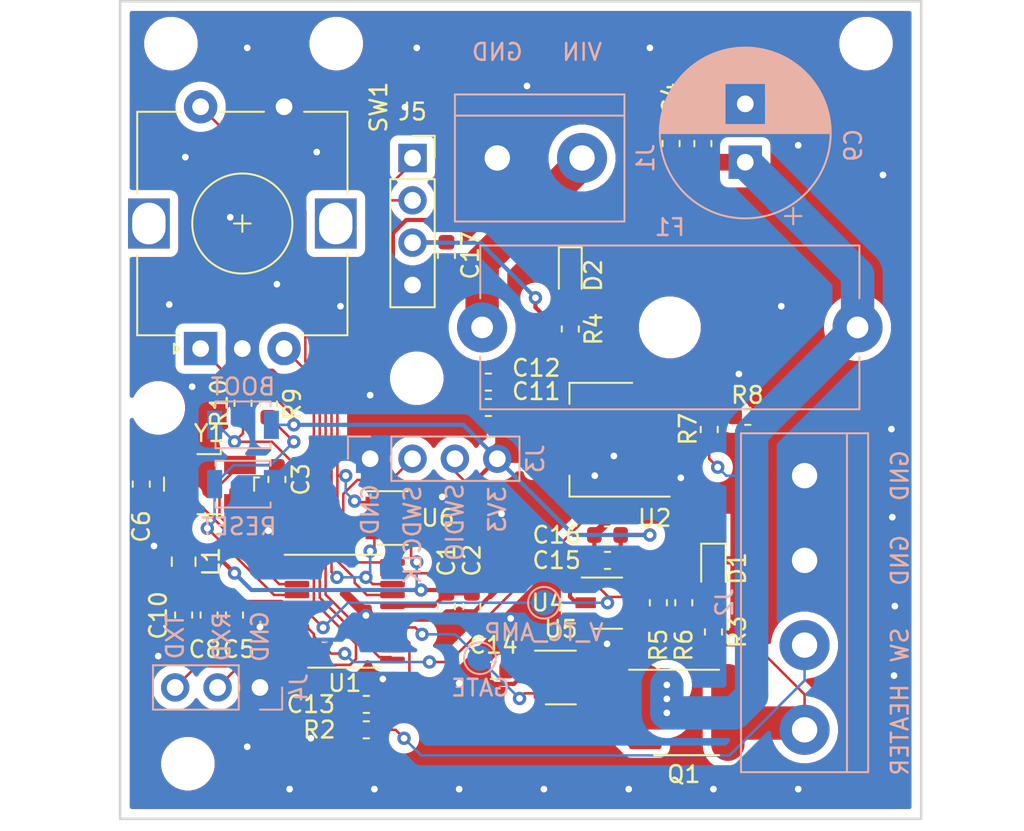
<source format=kicad_pcb>
(kicad_pcb (version 20211014) (generator pcbnew)
  (layers (0 "F.Cu" signal) (31 "B.Cu" signal) (34 "B.Paste" user) (35 "F.Paste" user) (36 "B.SilkS" user "B.Silkscreen") (37 "F.SilkS" user "F.Silkscreen") (38 "B.Mask" user) (39 "F.Mask" user) (44 "Edge.Cuts" user))
  (net 0 "")
  (net 1 "GND")
  (net 2 "+3V3")
  (net 3 "Net-(C3-Pad1)")
  (net 4 "VDC")
  (net 5 "VDDA")
  (net 6 "Net-(C6-Pad1)")
  (net 7 "/IDLE_SW")
  (net 8 "Net-(D1-Pad2)")
  (net 9 "Net-(F1-Pad2)")
  (net 10 "Net-(J2-Pad3)")
  (net 11 "/SWDCLK")
  (net 12 "/SWDIO")
  (net 13 "/UART_RX")
  (net 14 "/UART_TX")
  (net 15 "/HEATER_ON")
  (net 16 "/HEATER_GATE")
  (net 17 "/V_TC_AMP")
  (net 18 "/VDC_SENSE")
  (net 19 "/UC_RST")
  (net 20 "/UC_BOOT")
  (net 21 "/ENCODER_SW")
  (net 22 "/ENCODER_B")
  (net 23 "/ENCODER_A")
  (net 24 "Net-(J2-Pad4)")
  (net 25 "/I2C_SDA")
  (net 26 "/I2C_SCL")
  (net 27 "Net-(R5-Pad2)")
  (net 28 "Net-(D2-Pad2)")
  (footprint "Package_SO:TSSOP-20_4.4x6.5mm_P0.65mm" (layer "F.Cu") (at 36.322 59.182)
    (fp_text reference "U1")
    (fp_text value "STM32F030F4Px")
  )
  (footprint "Capacitor_SMD:C_0603_1608Metric" (layer "F.Cu") (at 24.13 51.562 90)
    (fp_text reference "C6")
    (fp_text value "12p")
  )
  (footprint "Capacitor_SMD:C_0603_1608Metric" (layer "F.Cu") (at 32.258 51.2825 -90)
    (fp_text reference "C3")
    (fp_text value "12p")
  )
  (footprint "Crystal:Crystal_SMD_EuroQuartz_MJ-4Pin_5.0x3.2mm" (layer "F.Cu") (at 28.194 51.562 180)
    (fp_text reference "Y1")
    (fp_text value "Crystal_GND24")
  )
  (footprint "Package_TO_SOT_SMD:TSOT-23-5" (layer "F.Cu") (at 52.07 58.674)
    (fp_text reference "U4")
    (fp_text value "AD8615")
  )
  (footprint "Resistor_SMD:R_0603_1608Metric" (layer "F.Cu") (at 56.642 58.674 90)
    (fp_text reference "R6")
    (fp_text value "10R")
  )
  (footprint "Resistor_SMD:R_0603_1608Metric" (layer "F.Cu") (at 55.118 58.674 -90)
    (fp_text reference "R5")
    (fp_text value "10K")
  )
  (footprint "Capacitor_SMD:C_0603_1608Metric" (layer "F.Cu") (at 52.07 56.134 180)
    (fp_text reference "C15")
    (fp_text value "100n")
  )
  (footprint "Resistor_SMD:R_0603_1608Metric" (layer "F.Cu") (at 58.42 60.4265 -90)
    (fp_text reference "R3")
    (fp_text value "1K")
  )
  (footprint "Diode_SMD:D_0603_1608Metric" (layer "F.Cu") (at 58.42 56.6165 -90)
    (fp_text reference "D1")
    (fp_text value "D_Schottky")
  )
  (footprint "Capacitor_SMD:C_0603_1608Metric" (layer "F.Cu") (at 52.07 54.61 180)
    (fp_text reference "C16")
    (fp_text value "10n")
  )
  (footprint "Connector_PinSocket_2.54mm:PinSocket_1x04_P2.54mm_Vertical" (layer "F.Cu") (at 40.386 32.004)
    (fp_text reference "J5")
    (fp_text value "Display128x32")
  )
  (footprint "Resistor_SMD:R_0603_1608Metric" (layer "F.Cu") (at 31.75 46.7615 -90)
    (fp_text reference "R9")
    (fp_text value "10K")
  )
  (footprint "Inductor_SMD:L_0805_2012Metric" (layer "F.Cu") (at 26.67 56.2125 -90)
    (fp_text reference "L1")
    (fp_text value "L")
  )
  (footprint "Capacitor_SMD:C_0603_1608Metric" (layer "F.Cu") (at 45.2375 62.738 180)
    (fp_text reference "C14")
    (fp_text value "1u")
  )
  (footprint "Capacitor_SMD:C_0603_1608Metric" (layer "F.Cu") (at 42.418 58.9025 -90)
    (fp_text reference "C1")
    (fp_text value "100n")
  )
  (footprint "Resistor_SMD:R_0603_1608Metric" (layer "F.Cu") (at 37.6175 66.294)
    (fp_text reference "R2")
    (fp_text value "10K")
  )
  (footprint "Capacitor_SMD:C_0603_1608Metric" (layer "F.Cu") (at 26.67 59.4105 -90)
    (fp_text reference "C10")
    (fp_text value "10n")
  )
  (footprint "Resistor_SMD:R_0603_1608Metric" (layer "F.Cu") (at 30.226 46.7105 90)
    (fp_text reference "R10")
    (fp_text value "10K")
  )
  (footprint "Resistor_SMD:R_0603_1608Metric" (layer "F.Cu") (at 60.4775 47.498)
    (fp_text reference "R8")
    (fp_text value "1K")
  )
  (footprint "Capacitor_SMD:C_0603_1608Metric" (layer "F.Cu") (at 37.6175 64.77)
    (fp_text reference "C13")
    (fp_text value "C")
  )
  (footprint "Capacitor_SMD:C_0603_1608Metric" (layer "F.Cu") (at 43.942 58.9025 -90)
    (fp_text reference "C2")
    (fp_text value "10n")
  )
  (footprint "Capacitor_SMD:C_0603_1608Metric" (layer "F.Cu") (at 28.194 59.4105 -90)
    (fp_text reference "C8")
    (fp_text value "100n")
  )
  (footprint "Capacitor_SMD:C_0603_1608Metric" (layer "F.Cu") (at 29.718 59.4105 -90)
    (fp_text reference "C5")
    (fp_text value "1u")
  )
  (footprint "Capacitor_SMD:C_0603_1608Metric" (layer "F.Cu") (at 55.88 31.1405 90)
    (fp_text reference "C4")
    (fp_text value "100n")
  )
  (footprint "Rotary_Encoder:RotaryEncoder_Alps_EC12E-Switch_Vertical_H20mm" (layer "F.Cu") (at 27.686 43.434 90)
    (fp_text reference "SW1")
    (fp_text value "Rotary_Encoder_Switch" hide)
  )
  (footprint "MountingHole:MountingHole_2.2mm_M2" (layer "F.Cu") (at 25.908 25.146)
    (fp_text reference "REF**" hide)
    (fp_text value "MountingHole_2.2mm_M2")
  )
  (footprint "MountingHole:MountingHole_2.2mm_M2" (layer "F.Cu") (at 35.814 25.146)
    (fp_text reference "REF**" hide)
    (fp_text value "MountingHole_2.2mm_M2")
  )
  (footprint "MountingHole:MountingHole_2.2mm_M2" (layer "F.Cu") (at 25.146 46.99)
    (fp_text reference "REF**" hide)
    (fp_text value "MountingHole_2.2mm_M2")
  )
  (footprint "MountingHole:MountingHole_2.2mm_M2" (layer "F.Cu") (at 40.64 45.212)
    (fp_text reference "REF**" hide)
    (fp_text value "MountingHole_2.2mm_M2")
  )
  (footprint "MountingHole:MountingHole_2.2mm_M2" (layer "F.Cu") (at 67.564 25.146)
    (fp_text reference "REF**" hide)
    (fp_text value "MountingHole_2.2mm_M2")
  )
  (footprint "MountingHole:MountingHole_2.2mm_M2" (layer "F.Cu") (at 26.924 68.326)
    (fp_text reference "REF**" hide)
    (fp_text value "MountingHole_2.2mm_M2")
  )
  (footprint "Capacitor_SMD:C_0603_1608Metric" (layer "F.Cu") (at 57.785 31.1405 90)
    (fp_text reference "C7")
    (fp_text value "1u")
  )
  (footprint "Package_TO_SOT_SMD:SOT-23-5" (layer "F.Cu") (at 39.2 53.594)
    (fp_text reference "U6")
    (fp_text value "AT24CS01-STUM")
  )
  (footprint "LED_SMD:LED_0603_1608Metric_Castellated" (layer "F.Cu") (at 49.84 39.048 -90)
    (fp_text reference "D2")
    (fp_text value "LED")
  )
  (footprint "Resistor_SMD:R_0603_1608Metric" (layer "F.Cu") (at 49.84 42.2605 90)
    (fp_text reference "R4")
    (fp_text value "1K")
  )
  (footprint "Package_TO_SOT_SMD:SOT-223-3_TabPin2" (layer "F.Cu") (at 51.7 48.9 180)
    (fp_text reference "U2")
    (fp_text value "AP1117-33")
  )
  (footprint "Capacitor_SMD:C_0603_1608Metric" (layer "F.Cu") (at 44.93 45.442 180)
    (fp_text reference "C12")
    (fp_text value "100n")
  )
  (footprint "Capacitor_SMD:C_0603_1608Metric" (layer "F.Cu") (at 44.93 46.966 180)
    (fp_text reference "C11")
    (fp_text value "10u")
  )
  (footprint "Capacitor_SMD:C_0603_1608Metric" (layer "F.Cu") (at 42.418 37.846 -90)
    (fp_text reference "C17")
    (fp_text value "100n")
  )
  (footprint "Resistor_SMD:R_0603_1608Metric" (layer "F.Cu") (at 58.166 48.2855 90)
    (fp_text reference "R7")
    (fp_text value "10K")
  )
  (footprint "Package_TO_SOT_SMD:SOT-23-5" (layer "F.Cu") (at 49.276 63.1571)
    (fp_text reference "U5")
    (fp_text value "UCC2751")
  )
  (footprint "Package_SO:SOIC-8_3.9x4.9mm_P1.27mm" (layer "F.Cu") (at 56.8086 65.2526)
    (fp_text reference "Q1")
    (fp_text value "FDS9435A")
  )
  (footprint "Fuse:Fuseholder_Cylinder-5x20mm_Schurter_0031_8201_Horizontal_Open" (layer "B.Cu") (at 67.056 42.164 180)
    (fp_text reference "F1")
    (fp_text value "Fuse")
  )
  (footprint "Connector_PinHeader_2.54mm:PinHeader_1x04_P2.54mm_Vertical" (layer "B.Cu") (at 37.846 50.038 -90)
    (fp_text reference "J3")
    (fp_text value "PROG")
  )
  (footprint "TerminalBlock:TerminalBlock_bornier-2_P5.08mm" (layer "B.Cu") (at 45.466 32.004)
    (fp_text reference "J1")
    (fp_text value "POWER_IN")
  )
  (footprint "Connector_PinHeader_2.54mm:PinHeader_1x03_P2.54mm_Vertical" (layer "B.Cu") (at 31.242 63.754 90)
    (fp_text reference "J4")
    (fp_text value "UART")
  )
  (footprint "Button_Switch_SMD:SW_SPST_B3U-1000P" (layer "B.Cu") (at 30.226 51.562)
    (fp_text reference "SW2" hide)
    (fp_text value "RESET")
  )
  (footprint "Button_Switch_SMD:SW_SPST_B3U-1000P" (layer "B.Cu") (at 30.226 48.006 180)
    (fp_text reference "SW3" hide)
    (fp_text value "BOOT")
  )
  (footprint "Capacitor_THT:CP_Radial_D10.0mm_P3.50mm" (layer "B.Cu") (at 60.325 32.258 90)
    (fp_text reference "C9")
    (fp_text value "1000u")
  )
  (footprint "TerminalBlock:TerminalBlock_bornier-4_P5.08mm" (layer "B.Cu") (at 63.881 51.054 -90)
    (fp_text reference "J2")
    (fp_text value "IRON")
  )
  (footprint "TestPoint:TestPoint_Pad_D1.5mm" (layer "B.Cu") (at 48.26 58.674)
    (fp_text reference "TP1" hide)
    (fp_text value "TestPoint")
  )
  (footprint "TestPoint:TestPoint_Pad_D1.5mm" (layer "B.Cu") (at 44.4246 62.0014)
    (fp_text reference "TP2" hide)
    (fp_text value "TestPoint")
  )
  (gr_line (start 22.86 71.628) (end 22.86 22.606) (layer "Edge.Cuts") (width 0.15))
  (gr_line (start 70.866 71.628) (end 22.86 71.628) (layer "Edge.Cuts") (width 0.15))
  (gr_line (start 22.86 22.606) (end 70.866 22.606) (layer "Edge.Cuts") (width 0.15))
  (gr_line (start 70.866 22.606) (end 70.866 71.628) (layer "Edge.Cuts") (width 0.15))
  (gr_text "GND" (at 69.596 51.054 90) (layer "B.SilkS") (effects (font (size 1 1)) (justify mirror)))
  (gr_text "GND" (at 69.596 56.134 90) (layer "B.SilkS") (effects (font (size 1 1)) (justify mirror)))
  (gr_text "SW" (at 69.596 61.214 90) (layer "B.SilkS") (effects (font (size 1 1)) (justify mirror)))
  (gr_text "HEATER" (at 69.596 66.294 90) (layer "B.SilkS") (effects (font (size 1 1)) (justify mirror)))
  (gr_text "SWDCLK" (at 40.386 54.61 90) (layer "B.SilkS") (effects (font (size 1 1)) (justify mirror)))
  (gr_text "SWDIO" (at 42.926 53.848 90) (layer "B.SilkS") (effects (font (size 1 1)) (justify mirror)))
  (gr_text "3V3" (at 45.466 53.086 90) (layer "B.SilkS") (effects (font (size 1 1)) (justify mirror)))
  (gr_text "GND" (at 31.242 60.706 90) (layer "B.SilkS") (effects (font (size 1 1)) (justify mirror)))
  (gr_text "RXD" (at 28.956 60.706 90) (layer "B.SilkS") (effects (font (size 1 1)) (justify mirror)))
  (gr_text "TXD" (at 26.162 60.706 90) (layer "B.SilkS") (effects (font (size 1 1)) (justify mirror)))
  (gr_text "GND" (at 37.846 53.086 90) (layer "B.SilkS") (effects (font (size 1 1)) (justify mirror)))
  (gr_text "V_TC_AMP" (at 48.26 60.452) (layer "B.SilkS") (effects (font (size 1 1)) (justify mirror)))
  (gr_text "RESET" (at 29.972 54.102) (layer "B.SilkS") (effects (font (size 1 1)) (justify mirror)))
  (gr_text "BOOT" (at 30.226 45.72) (layer "B.SilkS") (effects (font (size 1 1)) (justify mirror)))
  (gr_text "VIN" (at 50.546 25.654) (layer "B.SilkS") (effects (font (size 1 1)) (justify mirror)))
  (gr_text "GND" (at 45.466 25.654) (layer "B.SilkS") (effects (font (size 1 1)) (justify mirror)))
  (gr_text "GATE" (at 44.4627 63.7794) (layer "B.SilkS") (effects (font (size 1 1)) (justify mirror)))
  (segment (start 56.642 57.8865) (end 56.642 57.607) (width 0.25) (layer "F.Cu") (net 1))
  (segment (start 51.2825 54.61) (end 51.2825 56.134) (width 0.25) (layer "F.Cu") (net 1))
  (segment (start 56.642 57.607) (end 58.42 55.829) (width 0.25) (layer "F.Cu") (net 1))
  (segment (start 55.88 30.353) (end 57.785 30.353) (width 1) (layer "F.Cu") (net 1))
  (segment (start 58.618 28.758) (end 57.658 29.718) (width 1.5) (layer "F.Cu") (net 1))
  (segment (start 58.73 30.353) (end 60.325 28.758) (width 1) (layer "F.Cu") (net 1))
  (segment (start 60.325 28.758) (end 58.618 28.758) (width 1.5) (layer "F.Cu") (net 1))
  (segment (start 57.785 30.353) (end 58.73 30.353) (width 1) (layer "F.Cu") (net 1))
  (segment (start 44.1425 45.442) (end 44.1425 46.966) (width 0.25) (layer "F.Cu") (net 1))
  (segment (start 31.1748 60.198) (end 31.242 60.1308) (width 0.25) (layer "F.Cu") (net 1))
  (segment (start 24.13 50.7745) (end 25.9815 50.7745) (width 0.1524) (layer "F.Cu") (net 1))
  (segment (start 63.881 31.653998) (end 60.985002 28.758) (width 2) (layer "F.Cu") (net 1))
  (segment (start 54.85 51.2) (end 51.454 51.2) (width 0.25) (layer "F.Cu") (net 1))
  (segment (start 46.468984 63.53801) (end 45.25001 63.53801) (width 0.25) (layer "F.Cu") (net 1))
  (segment (start 37.846 46.228) (end 37.846 50.038) (width 0.25) (layer "F.Cu") (net 1))
  (segment (start 30.106 52.712) (end 31.75 54.356) (width 0.25) (layer "F.Cu") (net 1))
  (segment (start 56.27599 53.68499) (end 52.20751 53.68499) (width 0.5) (layer "F.Cu") (net 1))
  (segment (start 43.942 59.358994) (end 45.72 57.580994) (width 0.25) (layer "F.Cu") (net 1))
  (segment (start 43.942 59.69) (end 42.418 59.69) (width 0.25) (layer "F.Cu") (net 1))
  (segment (start 41.4275 39.624) (end 42.418 38.6335) (width 0.25) (layer "F.Cu") (net 1))
  (segment (start 58.674 56.134) (end 63.881 56.134) (width 0.5) (layer "F.Cu") (net 1))
  (segment (start 49.031001 63.966201) (end 49.031001 63.232101) (width 0.25) (layer "F.Cu") (net 1))
  (segment (start 63.881 44.323) (end 63.881 38.881) (width 2) (layer "F.Cu") (net 1))
  (segment (start 43.942 59.69) (end 43.942 59.358994) (width 0.25) (layer "F.Cu") (net 1))
  (segment (start 51.454 51.2) (end 51.308 51.054) (width 0.25) (layer "F.Cu") (net 1))
  (segment (start 60.985002 28.758) (end 60.325 28.758) (width 2) (layer "F.Cu") (net 1))
  (segment (start 31.616 52.712) (end 32.258 52.07) (width 0.1524) (layer "F.Cu") (net 1))
  (segment (start 30.226 45.923) (end 27.381 45.923) (width 0.25) (layer "F.Cu") (net 1))
  (segment (start 50.829998 56.134) (end 51.2825 56.134) (width 0.25) (layer "F.Cu") (net 1))
  (segment (start 39.35 53.594) (end 40.3 52.644) (width 0.1524) (layer "F.Cu") (net 1))
  (segment (start 48.712 28.758) (end 60.325 28.758) (width 2) (layer "F.Cu") (net 1))
  (segment (start 50.376 64.1071) (end 49.1719 64.1071) (width 0.25) (layer "F.Cu") (net 1))
  (segment (start 40.056058 59.69) (end 39.873058 59.507) (width 0.25) (layer "F.Cu") (net 1))
  (segment (start 45.25001 63.53801) (end 44.45 62.738) (width 0.25) (layer "F.Cu") (net 1))
  (segment (start 63.881 38.881) (end 63.881 31.653998) (width 2) (layer "F.Cu") (net 1))
  (segment (start 40.386 39.624) (end 39.210999 38.448999) (width 0.25) (layer "F.Cu") (net 1))
  (segment (start 39.210999 36.519999) (end 40.011997 35.719001) (width 0.25) (layer "F.Cu") (net 1))
  (segment (start 50.76 58.674) (end 50.189998 58.674) (width 0.25) (layer "F.Cu") (net 1))
  (segment (start 30.044 52.712) (end 30.106 52.712) (width 0.25) (layer "F.Cu") (net 1))
  (segment (start 38.1 63.754) (end 38.608 63.246) (width 0.1524) (layer "F.Cu") (net 1))
  (segment (start 28.194 60.198) (end 29.718 60.198) (width 0.25) (layer "F.Cu") (net 1))
  (segment (start 26.67 60.198) (end 28.194 60.198) (width 0.25) (layer "F.Cu") (net 1))
  (segment (start 58.42 55.829) (end 56.27599 53.68499) (width 0.5) (layer "F.Cu") (net 1))
  (segment (start 49.1719 64.1071) (end 49.031001 63.966201) (width 0.25) (layer "F.Cu") (net 1))
  (segment (start 40.011997 35.719001) (end 41.750999 35.719001) (width 0.25) (layer "F.Cu") (net 1))
  (segment (start 30.226 45.923) (end 26.344 49.805) (width 0.25) (layer "F.Cu") (net 1))
  (segment (start 30.044 52.712) (end 31.616 52.712) (width 0.1524) (layer "F.Cu") (net 1))
  (segment (start 39.873058 59.507) (end 39.1845 59.507) (width 0.25) (layer "F.Cu") (net 1))
  (segment (start 37.592 59.436) (end 39.1135 59.436) (width 0.25) (layer "F.Cu") (net 1))
  (segment (start 38.1 53.594) (end 39.35 53.594) (width 0.1524) (layer "F.Cu") (net 1))
  (segment (start 25.9815 50.7745) (end 26.344 50.412) (width 0.1524) (layer "F.Cu") (net 1))
  (segment (start 45.72 57.580994) (end 45.72 53.34) (width 0.25) (layer "F.Cu") (net 1))
  (segment (start 56.4642 51.181) (end 54.869 51.181) (width 0.5) (layer "F.Cu") (net 1))
  (segment (start 49.824999 58.309001) (end 49.824999 57.138999) (width 0.25) (layer "F.Cu") (net 1))
  (segment (start 44.45 62.738) (end 43.942 62.738) (width 0.25) (layer "F.Cu") (net 1))
  (segment (start 50.189998 58.674) (end 49.824999 58.309001) (width 0.25) (layer "F.Cu") (net 1))
  (segment (start 54.869 51.181) (end 54.85 51.2) (width 0.5) (layer "F.Cu") (net 1))
  (segment (start 63.881 51.054) (end 63.881 56.134) (width 2) (layer "F.Cu") (net 1))
  (segment (start 41.750999 35.719001) (end 45.466 32.004) (width 0.25) (layer "F.Cu") (net 1))
  (segment (start 40.386 39.624) (end 41.4275 39.624) (width 0.25) (layer "F.Cu") (net 1))
  (segment (start 31.242 63.754) (end 38.1 63.754) (width 0.1524) (layer "F.Cu") (net 1))
  (segment (start 63.881 51.054) (end 63.881 44.323) (width 2) (layer "F.Cu") (net 1))
  (segment (start 58.42 55.829) (end 58.42 55.88) (width 0.5) (layer "F.Cu") (net 1))
  (segment (start 29.718 60.198) (end 31.1748 60.198) (width 0.25) (layer "F.Cu") (net 1))
  (segment (start 44.45 64.804) (end 44.482 64.836) (width 0.25) (layer "F.Cu") (net 1))
  (segment (start 58.42 55.88) (end 58.674 56.134) (width 0.5) (layer "F.Cu") (net 1))
  (segment (start 41.844 52.644) (end 42.164 52.324) (width 0.1524) (layer "F.Cu") (net 1))
  (segment (start 39.210999 38.448999) (end 39.210999 36.519999) (width 0.25) (layer "F.Cu") (net 1))
  (segment (start 52.20751 53.68499) (end 51.2825 54.61) (width 0.5) (layer "F.Cu") (net 1))
  (segment (start 48.956 63.1571) (end 48.176 63.1571) (width 0.25) (layer "F.Cu") (net 1))
  (segment (start 42.418 59.69) (end 40.056058 59.69) (width 0.25) (layer "F.Cu") (net 1))
  (segment (start 48.176 63.1571) (end 46.849894 63.1571) (width 0.25) (layer "F.Cu") (net 1))
  (segment (start 26.344 49.805) (end 26.344 50.412) (width 0.25) (layer "F.Cu") (net 1))
  (segment (start 38.608 63.246) (end 38.608 64.567) (width 0.25) (layer "F.Cu") (net 1))
  (segment (start 44.45 62.738) (end 44.45 64.804) (width 0.25) (layer "F.Cu") (net 1))
  (segment (start 45.466 32.004) (end 48.712 28.758) (width 2) (layer "F.Cu") (net 1))
  (segment (start 40.3 52.644) (end 41.844 52.644) (width 0.1524) (layer "F.Cu") (net 1))
  (segment (start 43.942 62.738) (end 43.18 63.5) (width 0.25) (layer "F.Cu") (net 1))
  (segment (start 38.608 64.567) (end 38.405 64.77) (width 0.25) (layer "F.Cu") (net 1))
  (segment (start 27.381 45.923) (end 27.178 45.72) (width 0.25) (layer "F.Cu") (net 1))
  (segment (start 49.824999 57.138999) (end 50.829998 56.134) (width 0.25) (layer "F.Cu") (net 1))
  (segment (start 46.849894 63.1571) (end 46.468984 63.53801) (width 0.25) (layer "F.Cu") (net 1))
  (segment (start 49.031001 63.232101) (end 48.956 63.1571) (width 0.25) (layer "F.Cu") (net 1))
  (segment (start 39.1135 59.436) (end 39.1845 59.507) (width 0.25) (layer "F.Cu") (net 1))
  (via (at 63.5 31.242) (size 0.8) (drill 0.4) (layers "F.Cu" "B.Cu") (net 1))
  (via (at 68.58 33.02) (size 0.8) (drill 0.4) (layers "F.Cu" "B.Cu") (net 1))
  (via (at 51.308 51.054) (size 0.8) (drill 0.4) (layers "F.Cu" "B.Cu") (net 1))
  (via (at 46.2661 59.6138) (size 0.8) (drill 0.4) (layers "F.Cu" "B.Cu") (net 1))
  (via (at 47.244 27.686) (size 0.8) (drill 0.4) (layers "F.Cu" "B.Cu") (net 1))
  (via (at 34.29 66.802) (size 0.8) (drill 0.4) (layers "F.Cu" "B.Cu") (net 1))
  (via (at 27.178 45.72) (size 0.8) (drill 0.4) (layers "F.Cu" "B.Cu") (net 1))
  (via (at 25.8064 40.7924) (size 0.8) (drill 0.4) (layers "F.Cu" "B.Cu") (net 1))
  (via (at 45.72 53.34) (size 0.8) (drill 0.4) (layers "F.Cu" "B.Cu") (net 1))
  (via (at 39.9288 28.956) (size 0.8) (drill 0.4) (layers "F.Cu" "B.Cu") (net 1))
  (via (at 30.48 67.31) (size 0.8) (drill 0.4) (layers "F.Cu" "B.Cu") (net 1))
  (via (at 38.608 63.246) (size 0.8) (drill 0.4) (layers "F.Cu" "B.Cu") (net 1))
  (via (at 69.1388 53.5432) (size 0.8) (drill 0.4) (layers "F.Cu" "B.Cu") (net 1))
  (via (at 31.242 60.1308) (size 0.8) (drill 0.4) (layers "F.Cu" "B.Cu") (net 1))
  (via (at 43.18 63.5) (size 0.8) (drill 0.4) (layers "F.Cu" "B.Cu") (net 1))
  (via (at 42.164 52.324) (size 0.8) (drill 0.4) (layers "F.Cu" "B.Cu") (net 1))
  (via (at 26.7716 31.9532) (size 0.8) (drill 0.4) (layers "F.Cu" "B.Cu") (net 1))
  (via (at 43.18 69.85) (size 0.8) (drill 0.4) (layers "F.Cu" "B.Cu") (net 1))
  (via (at 37.846 46.228) (size 0.8) (drill 0.4) (layers "F.Cu" "B.Cu") (net 1))
  (via (at 48.26 69.85) (size 0.8) (drill 0.4) (layers "F.Cu" "B.Cu") (net 1))
  (via (at 29.464 35.56) (size 0.8) (drill 0.4) (layers "F.Cu" "B.Cu") (net 1))
  (via (at 69.2404 63.0428) (size 0.8) (drill 0.4) (layers "F.Cu" "B.Cu") (net 1))
  (via (at 58.42 69.85) (size 0.8) (drill 0.4) (layers "F.Cu" "B.Cu") (net 1))
  (via (at 52.451 49.8729) (size 0.8) (drill 0.4) (layers "F.Cu" "B.Cu") (net 1))
  (via (at 37.592 59.436) (size 0.8) (drill 0.4) (layers "F.Cu" "B.Cu") (net 1))
  (via (at 69.2912 58.8772) (size 0.8) (drill 0.4) (layers "F.Cu" "B.Cu") (net 1))
  (via (at 62.484 40.894) (size 0.8) (drill 0.4) (layers "F.Cu" "B.Cu") (net 1))
  (via (at 24.892 55.2704) (size 0.8) (drill 0.4) (layers "F.Cu" "B.Cu") (net 1))
  (via (at 34.6456 31.6484) (size 0.8) (drill 0.4) (layers "F.Cu" "B.Cu") (net 1))
  (via (at 30.48 25.4) (size 0.8) (drill 0.4) (layers "F.Cu" "B.Cu") (net 1))
  (via (at 25.146 61.8744) (size 0.8) (drill 0.4) (layers "F.Cu" "B.Cu") (net 1))
  (via (at 38.1 69.85) (size 0.8) (drill 0.4) (layers "F.Cu" "B.Cu") (net 1))
  (via (at 52.0446 61.1378) (size 0.8) (drill 0.4) (layers "F.Cu" "B.Cu") (net 1))
  (via (at 53.34 69.85) (size 0.8) (drill 0.4) (layers "F.Cu" "B.Cu") (net 1))
  (via (at 56.4642 51.181) (size 0.8) (drill 0.4) (layers "F.Cu" "B.Cu") (net 1))
  (via (at 32.258 39.5732) (size 0.8) (drill 0.4) (layers "F.Cu" "B.Cu") (net 1))
  (via (at 33.02 69.85) (size 0.8) (drill 0.4) (layers "F.Cu" "B.Cu") (net 1))
  (via (at 59.944 44.958) (size 0.8) (drill 0.4) (layers "F.Cu" "B.Cu") (net 1))
  (via (at 31.75 54.356) (size 0.8) (drill 0.4) (layers "F.Cu" "B.Cu") (net 1))
  (via (at 40.64 25.4) (size 0.8) (drill 0.4) (layers "F.Cu" "B.Cu") (net 1))
  (via (at 54.61 25.4) (size 0.8) (drill 0.4) (layers "F.Cu" "B.Cu") (net 1))
  (via (at 69.088 48.26) (size 0.8) (drill 0.4) (layers "F.Cu" "B.Cu") (net 1))
  (via (at 63.5 69.85) (size 0.8) (drill 0.4) (layers "F.Cu" "B.Cu") (net 1))
  (via (at 36.068 40.894) (size 0.8) (drill 0.4) (layers "F.Cu" "B.Cu") (net 1))
  (segment (start 36.068 40.894) (end 32.726 40.894) (width 0.25) (layer "B.Cu") (net 1))
  (segment (start 31.926 51.562) (end 33.02 51.562) (width 0.25) (layer "B.Cu") (net 1))
  (segment (start 32.001272 60.890072) (end 36.137928 60.890072) (width 0.25) (layer "B.Cu") (net 1))
  (segment (start 41.148 53.34) (end 37.846 50.038) (width 0.25) (layer "B.Cu") (net 1))
  (segment (start 30.186 43.519002) (end 30.186 43.434) (width 0.25) (layer "B.Cu") (net 1))
  (segment (start 43.18 63.5) (end 38.862 63.5) (width 0.25) (layer "B.Cu") (net 1))
  (segment (start 33.782 52.324) (end 36.068 50.038) (width 0.25) (layer "B.Cu") (net 1))
  (segment (start 36.068 50.038) (end 37.846 50.038) (width 0.25) (layer "B.Cu") (net 1))
  (segment (start 32.98 46.228) (end 37.846 46.228) (width 0.25) (layer "B.Cu") (net 1))
  (segment (start 27.985002 45.72) (end 30.186 43.519002) (width 0.25) (layer "B.Cu") (net 1))
  (segment (start 39.116 40.894) (end 36.068 40.894) (width 0.25) (layer "B.Cu") (net 1))
  (segment (start 31.75 54.356) (end 33.782 52.324) (width 0.25) (layer "B.Cu") (net 1))
  (segment (start 33.02 51.562) (end 33.782 52.324) (width 0.25) (layer "B.Cu") (net 1))
  (segment (start 36.137928 60.890072) (end 37.592 59.436) (width 0.25) (layer "B.Cu") (net 1))
  (segment (start 38.862 63.5) (end 38.608 63.246) (width 0.25) (layer "B.Cu") (net 1))
  (segment (start 31.242 60.1308) (end 32.001272 60.890072) (width 0.25) (layer "B.Cu") (net 1))
  (segment (start 45.72 53.34) (end 42.164 53.34) (width 0.25) (layer "B.Cu") (net 1))
  (segment (start 40.386 39.624) (end 39.116 40.894) (width 0.25) (layer "B.Cu") (net 1))
  (segment (start 30.186 43.434) (end 32.98 46.228) (width 0.25) (layer "B.Cu") (net 1))
  (segment (start 42.164 53.34) (end 41.148 53.34) (width 0.25) (layer "B.Cu") (net 1))
  (segment (start 32.726 40.894) (end 30.186 43.434) (width 0.25) (layer "B.Cu") (net 1))
  (segment (start 42.164 52.324) (end 42.164 53.34) (width 0.1524) (layer "B.Cu") (net 1))
  (segment (start 27.178 45.72) (end 27.985002 45.72) (width 0.25) (layer "B.Cu") (net 1))
  (segment (start 52.8575 57.2015) (end 53.38 57.724) (width 0.25) (layer "F.Cu") (net 2))
  (segment (start 52.8575 56.134) (end 52.8575 57.2015) (width 0.25) (layer "F.Cu") (net 2))
  (segment (start 52.8575 54.61) (end 52.8575 56.134) (width 0.25) (layer "F.Cu") (net 2))
  (segment (start 45.7175 45.442) (end 45.7175 46.966) (width 0.25) (layer "F.Cu") (net 2))
  (segment (start 47.752 40.96) (end 47.752 40.386) (width 0.25) (layer "F.Cu") (net 2))
  (segment (start 45.466 50.038) (end 46.7614 50.038) (width 0.5) (layer "F.Cu") (net 2))
  (segment (start 40.3 55.8908) (end 40.64 56.2308) (width 0.1524) (layer "F.Cu") (net 2))
  (segment (start 46.2153 47.752) (end 45.7073 48.26) (width 0.5) (layer "F.Cu") (net 2))
  (segment (start 46.8503 48.6537) (end 48.3037 48.6537) (width 1.5) (layer "F.Cu") (net 2))
  (segment (start 33.274 47.498) (end 33.274 48.006) (width 0.1524) (layer "F.Cu") (net 2))
  (segment (start 40.4115 37.0585) (end 40.386 37.084) (width 0.25) (layer "F.Cu") (net 2))
  (segment (start 45.7073 49.7967) (end 45.466 50.038) (width 0.5) (layer "F.Cu") (net 2))
  (segment (start 52.8575 54.61) (end 54.61 54.61) (width 0.25) (layer "F.Cu") (net 2))
  (segment (start 49.84 43.048) (end 48.1115 43.048) (width 0.25) (layer "F.Cu") (net 2))
  (segment (start 42.418 58.115) (end 41.676 58.857) (width 0.25) (layer "F.Cu") (net 2))
  (segment (start 43.942 55.118) (end 43.942 51.562) (width 0.25) (layer "F.Cu") (net 2))
  (segment (start 49.84 43.048) (end 47.752 40.96) (width 0.25) (layer "F.Cu") (net 2))
  (segment (start 47.8994 48.9) (end 48.55 48.9) (width 0.5) (layer "F.Cu") (net 2))
  (segment (start 45.466 50.038) (end 45.466 47.2175) (width 0.25) (layer "F.Cu") (net 2))
  (segment (start 46.8503 48.6537) (end 46.8503 48.387) (width 1.5) (layer "F.Cu") (net 2))
  (segment (start 43.942 51.562) (end 45.466 50.038) (width 0.25) (layer "F.Cu") (net 2))
  (segment (start 45.466 47.2175) (end 45.7175 46.966) (width 0.25) (layer "F.Cu") (net 2))
  (segment (start 45.466 50.038) (end 46.8503 48.6537) (width 1.5) (layer "F.Cu") (net 2))
  (segment (start 42.215 57.912) (end 42.418 58.115) (width 0.25) (layer "F.Cu") (net 2))
  (segment (start 48.1115 43.048) (end 45.7175 45.442) (width 0.25) (layer "F.Cu") (net 2))
  (segment (start 31.75 45.974) (end 33.274 47.498) (width 0.1524) (layer "F.Cu") (net 2))
  (segment (start 43.942 58.115) (end 42.418 58.115) (width 0.25) (layer "F.Cu") (net 2))
  (segment (start 48.55 48.9) (end 54.85 48.9) (width 0.25) (layer "F.Cu") (net 2))
  (segment (start 43.942 58.115) (end 43.942 55.118) (width 0.25) (layer "F.Cu") (net 2))
  (segment (start 28.097 55.275) (end 29.718 56.896) (width 0.25) (layer "F.Cu") (net 2))
  (segment (start 26.67 55.275) (end 28.097 55.275) (width 0.25) (layer "F.Cu") (net 2))
  (segment (start 48.3037 48.6537) (end 48.55 48.9) (width 1.5) (layer "F.Cu") (net 2))
  (segment (start 42.418 37.0585) (end 40.4115 37.0585) (width 0.25) (layer "F.Cu") (net 2))
  (segment (start 46.7614 50.038) (end 47.8994 48.9) (width 0.5) (layer "F.Cu") (net 2))
  (segment (start 45.7073 48.26) (end 45.7073 49.7967) (width 0.5) (layer "F.Cu") (net 2))
  (segment (start 45.7175 46.966) (end 46.616 46.966) (width 0.25) (layer "F.Cu") (net 2))
  (segment (start 40.3 54.544) (end 40.3 55.8908) (width 0.1524) (layer "F.Cu") (net 2))
  (segment (start 40.894 57.912) (end 42.215 57.912) (width 0.25) (layer "F.Cu") (net 2))
  (segment (start 41.676 58.857) (end 39.1845 58.857) (width 0.25) (layer "F.Cu") (net 2))
  (segment (start 46.8503 48.6537) (end 46.8503 48.3997) (width 1.5) (layer "F.Cu") (net 2))
  (segment (start 46.616 46.966) (end 48.55 48.9) (width 0.25) (layer "F.Cu") (net 2))
  (segment (start 46.8503 48.387) (end 46.2153 47.752) (width 1.5) (layer "F.Cu") (net 2))
  (via (at 33.274 48.006) (size 0.8) (drill 0.4) (layers "F.Cu" "B.Cu") (net 2))
  (via (at 29.718 56.896) (size 0.8) (drill 0.4) (layers "F.Cu" "B.Cu") (net 2))
  (via (at 40.64 56.2308) (size 0.8) (drill 0.4) (layers "F.Cu" "B.Cu") (net 2))
  (via (at 54.61 54.61) (size 0.8) (drill 0.4) (layers "F.Cu" "B.Cu") (net 2))
  (via (at 40.894 57.912) (size 0.8) (drill 0.4) (layers "F.Cu" "B.Cu") (net 2))
  (via (at 47.752 40.386) (size 0.8) (drill 0.4) (layers "F.Cu" "B.Cu") (net 2))
  (segment (start 40.64 57.658) (end 40.894 57.912) (width 0.1524) (layer "B.Cu") (net 2))
  (segment (start 29.718 56.896) (end 30.734 57.912) (width 0.25) (layer "B.Cu") (net 2))
  (segment (start 54.61 54.61) (end 50.038 54.61) (width 0.25) (layer "B.Cu") (net 2))
  (segment (start 47.752 40.386) (end 44.45 37.084) (width 0.25) (layer "B.Cu") (net 2))
  (segment (start 50.038 54.61) (end 45.466 50.038) (width 0.25) (layer "B.Cu") (net 2))
  (segment (start 33.274 48.006) (end 43.434 48.006) (width 0.25) (layer "B.Cu") (net 2))
  (segment (start 33.274 48.006) (end 31.926 48.006) (width 0.1524) (layer "B.Cu") (net 2))
  (segment (start 40.64 56.2308) (end 40.64 57.658) (width 0.1524) (layer "B.Cu") (net 2))
  (segment (start 43.434 48.006) (end 45.466 50.038) (width 0.25) (layer "B.Cu") (net 2))
  (segment (start 44.45 37.084) (end 40.386 37.084) (width 0.25) (layer "B.Cu") (net 2))
  (segment (start 30.734 57.912) (end 40.894 57.912) (width 0.25) (layer "B.Cu") (net 2))
  (segment (start 30.044 50.412) (end 32.175 50.412) (width 0.1524) (layer "F.Cu") (net 3))
  (segment (start 30.044 50.412) (end 28.817799 51.638201) (width 0.1524) (layer "F.Cu") (net 3))
  (segment (start 32.175 50.412) (end 32.258 50.495) (width 0.1524) (layer "F.Cu") (net 3))
  (segment (start 28.817799 53.482961) (end 32.241838 56.907) (width 0.1524) (layer "F.Cu") (net 3))
  (segment (start 28.817799 51.638201) (end 28.817799 53.482961) (width 0.1524) (layer "F.Cu") (net 3))
  (segment (start 32.241838 56.907) (end 33.4595 56.907) (width 0.1524) (layer "F.Cu") (net 3))
  (segment (start 57.785 31.928) (end 55.88 31.928) (width 1) (layer "F.Cu") (net 4))
  (segment (start 60.325 32.258) (end 58.115 32.258) (width 1) (layer "F.Cu") (net 4))
  (segment (start 58.115 32.258) (end 57.785 31.928) (width 1) (layer "F.Cu") (net 4))
  (segment (start 51.166001 61.557099) (end 48.826001 61.557099) (width 0.25) (layer "F.Cu") (net 4))
  (segment (start 52.07 35.738) (end 55.88 31.928) (width 0.25) (layer "F.Cu") (net 4))
  (segment (start 55.626 63.6016) (end 55.3496 63.6016) (width 2) (layer "F.Cu") (net 4))
  (segment (start 54.3336 63.3476) (end 54.3336 65.2242) (width 2) (layer "F.Cu") (net 4))
  (segment (start 52.07 44.45) (end 52.07 35.738) (width 0.25) (layer "F.Cu") (net 4))
  (segment (start 54.22 46.6) (end 52.07 44.45) (width 0.25) (layer "F.Cu") (net 4))
  (segment (start 48.826001 61.557099) (end 48.176 62.2071) (width 0.25) (layer "F.Cu") (net 4))
  (segment (start 54.3874 65.278) (end 55.626 65.278) (width 2) (layer "F.Cu") (net 4))
  (segment (start 54.85 46.6) (end 54.22 46.6) (width 0.25) (layer "F.Cu") (net 4))
  (segment (start 58.166 50.038) (end 58.674 50.546) (width 0.1524) (layer "F.Cu") (net 4))
  (segment (start 46.5559 62.2071) (end 48.176 62.2071) (width 0.25) (layer "F.Cu") (net 4))
  (segment (start 52.956502 63.3476) (end 51.166001 61.557099) (width 0.25) (layer "F.Cu") (net 4))
  (segment (start 54.3336 63.3476) (end 52.956502 63.3476) (width 0.25) (layer "F.Cu") (net 4))
  (segment (start 55.3496 63.6016) (end 54.3336 64.6176) (width 2) (layer "F.Cu") (net 4))
  (segment (start 54.3336 65.2242) (end 54.3874 65.278) (width 2) (layer "F.Cu") (net 4))
  (segment (start 46.025 62.738) (end 46.5559 62.2071) (width 0.25) (layer "F.Cu") (net 4))
  (segment (start 58.166 49.073) (end 58.166 50.038) (width 0.1524) (layer "F.Cu") (net 4))
  (via (at 55.626 64.4398) (size 0.8) (drill 0.4) (layers "F.Cu" "B.Cu") (net 4))
  (via (at 55.626 63.6016) (size 0.8) (drill 0.4) (layers "F.Cu" "B.Cu") (net 4))
  (via (at 58.674 50.546) (size 0.8) (drill 0.4) (layers "F.Cu" "B.Cu") (net 4))
  (via (at 55.626 65.278) (size 0.8) (drill 0.4) (layers "F.Cu" "B.Cu") (net 4))
  (segment (start 55.626 64.4398) (end 55.626 63.6016) (width 2) (layer "B.Cu") (net 4))
  (segment (start 55.626 65.278) (end 55.626 64.4398) (width 2) (layer "B.Cu") (net 4))
  (segment (start 67.056 42.164) (end 67.056 38.989) (width 2) (layer "B.Cu") (net 4))
  (segment (start 60.706 48.514) (end 60.706 51.054) (width 2) (layer "B.Cu") (net 4))
  (segment (start 60.706 51.054) (end 60.706 64.262) (width 2) (layer "B.Cu") (net 4))
  (segment (start 67.056 38.989) (end 60.325 32.258) (width 2) (layer "B.Cu") (net 4))
  (segment (start 60.706 64.262) (end 59.69 65.278) (width 2) (layer "B.Cu") (net 4))
  (segment (start 59.182 51.054) (end 60.706 51.054) (width 0.1524) (layer "B.Cu") (net 4))
  (segment (start 67.056 42.164) (end 60.706 48.514) (width 2) (layer "B.Cu") (net 4))
  (segment (start 59.69 65.278) (end 55.626 65.278) (width 2) (layer "B.Cu") (net 4))
  (segment (start 58.674 50.546) (end 59.182 51.054) (width 0.1524) (layer "B.Cu") (net 4))
  (segment (start 26.67 58.623) (end 26.67 57.15) (width 0.25) (layer "F.Cu") (net 5))
  (segment (start 29.718 58.623) (end 32.536942 58.623) (width 0.25) (layer "F.Cu") (net 5))
  (segment (start 26.67 58.623) (end 29.718 58.623) (width 0.25) (layer "F.Cu") (net 5))
  (segment (start 32.770942 58.857) (end 33.4595 58.857) (width 0.25) (layer "F.Cu") (net 5))
  (segment (start 32.536942 58.623) (end 32.770942 58.857) (width 0.25) (layer "F.Cu") (net 5))
  (segment (start 27.548456 52.712) (end 32.393456 57.557) (width 0.1524) (layer "F.Cu") (net 6))
  (segment (start 25.9815 52.3495) (end 26.344 52.712) (width 0.1524) (layer "F.Cu") (net 6))
  (segment (start 32.393456 57.557) (end 33.4595 57.557) (width 0.1524) (layer "F.Cu") (net 6))
  (segment (start 26.344 52.712) (end 27.548456 52.712) (width 0.1524) (layer "F.Cu") (net 6))
  (segment (start 24.13 52.3495) (end 25.9815 52.3495) (width 0.1524) (layer "F.Cu") (net 6))
  (segment (start 36.83 64.77) (end 37.58121 65.52121) (width 0.1524) (layer "F.Cu") (net 7))
  (segment (start 37.58121 65.52121) (end 38.828772 65.52121) (width 0.1524) (layer "F.Cu") (net 7))
  (segment (start 39.922 60.807) (end 39.1845 60.807) (width 0.1524) (layer "F.Cu") (net 7))
  (segment (start 40.19821 61.08321) (end 39.922 60.807) (width 0.1524) (layer "F.Cu") (net 7))
  (segment (start 38.828772 65.52121) (end 40.19821 64.151772) (width 0.1524) (layer "F.Cu") (net 7))
  (segment (start 36.83 66.294) (end 36.83 64.77) (width 0.1524) (layer "F.Cu") (net 7))
  (segment (start 40.19821 64.151772) (end 40.19821 61.08321) (width 0.1524) (layer "F.Cu") (net 7))
  (segment (start 50.76 59.624) (end 51.361201 60.225201) (width 0.1524) (layer "F.Cu") (net 8))
  (segment (start 58.42 57.404) (end 58.42 59.639) (width 0.1524) (layer "F.Cu") (net 8))
  (segment (start 51.361201 60.225201) (end 57.833799 60.225201) (width 0.1524) (layer "F.Cu") (net 8))
  (segment (start 57.833799 60.225201) (end 58.42 59.639) (width 0.1524) (layer "F.Cu") (net 8))
  (segment (start 44.556 38.248) (end 50.546 32.258) (width 2) (layer "F.Cu") (net 9))
  (segment (start 50.546 32.258) (end 50.546 32.004) (width 2) (layer "F.Cu") (net 9))
  (segment (start 44.556 42.164) (end 44.556 38.248) (width 2) (layer "F.Cu") (net 9))
  (segment (start 39.37 66.294) (end 38.405 66.294) (width 0.1524) (layer "F.Cu") (net 10))
  (segment (start 39.878 66.802) (end 39.37 66.294) (width 0.1524) (layer "F.Cu") (net 10))
  (via (at 39.878 66.802) (size 0.8) (drill 0.4) (layers "F.Cu" "B.Cu") (net 10))
  (segment (start 63.881 63.33532) (end 59.38811 67.82821) (width 0.1524) (layer "B.Cu") (net 10))
  (segment (start 40.90421 67.82821) (end 39.878 66.802) (width 0.1524) (layer "B.Cu") (net 10))
  (segment (start 63.881 61.214) (end 63.881 63.33532) (width 0.1524) (layer "B.Cu") (net 10))
  (segment (start 59.38811 67.82821) (end 40.90421 67.82821) (width 0.1524) (layer "B.Cu") (net 10))
  (segment (start 36.23526 55.53926) (end 36.953 56.257) (width 0.1524) (layer "F.Cu") (net 11))
  (segment (start 40.386 50.038) (end 39.116 51.308) (width 0.1524) (layer "F.Cu") (net 11))
  (segment (start 36.23526 52.15674) (end 36.23526 55.53926) (width 0.1524) (layer "F.Cu") (net 11))
  (segment (start 39.116 51.308) (end 37.084 51.308) (width 0.1524) (layer "F.Cu") (net 11))
  (segment (start 36.953 56.257) (end 39.1845 56.257) (width 0.1524) (layer "F.Cu") (net 11))
  (segment (start 37.084 51.308) (end 36.23526 52.15674) (width 0.1524) (layer "F.Cu") (net 11))
  (segment (start 42.926 50.8) (end 43.54079 51.41479) (width 0.1524) (layer "F.Cu") (net 12))
  (segment (start 42.926 50.038) (end 42.926 50.8) (width 0.1524) (layer "F.Cu") (net 12))
  (segment (start 43.54079 56.28121) (end 42.915 56.907) (width 0.1524) (layer "F.Cu") (net 12))
  (segment (start 42.915 56.907) (end 39.1845 56.907) (width 0.1524) (layer "F.Cu") (net 12))
  (segment (start 43.54079 51.41479) (end 43.54079 56.28121) (width 0.1524) (layer "F.Cu") (net 12))
  (segment (start 28.702 63.754) (end 30.999 61.457) (width 0.1524) (layer "F.Cu") (net 13))
  (segment (start 30.999 61.457) (end 33.4595 61.457) (width 0.1524) (layer "F.Cu") (net 13))
  (segment (start 33.4595 60.807) (end 33.35479 60.91171) (width 0.1524) (layer "F.Cu") (net 14))
  (segment (start 29.464 62.484) (end 27.432 62.484) (width 0.1524) (layer "F.Cu") (net 14))
  (segment (start 27.432 62.484) (end 26.162 63.754) (width 0.1524) (layer "F.Cu") (net 14))
  (segment (start 31.03629 60.91171) (end 29.464 62.484) (width 0.1524) (layer "F.Cu") (net 14))
  (segment (start 33.35479 60.91171) (end 31.03629 60.91171) (width 0.1524) (layer "F.Cu") (net 14))
  (segment (start 47.1068 64.1071) (end 46.7995 64.4144) (width 0.1524) (layer "F.Cu") (net 15))
  (segment (start 40.5482 60.157) (end 39.1845 60.157) (width 0.1524) (layer "F.Cu") (net 15))
  (segment (start 48.176 64.1071) (end 47.1068 64.1071) (width 0.1524) (layer "F.Cu") (net 15))
  (segment (start 40.9575 60.5663) (end 40.5482 60.157) (width 0.1524) (layer "F.Cu") (net 15))
  (via (at 46.7995 64.4144) (size 0.8) (drill 0.4) (layers "F.Cu" "B.Cu") (net 15))
  (via (at 40.9575 60.5663) (size 0.8) (drill 0.4) (layers "F.Cu" "B.Cu") (net 15))
  (segment (start 42.9514 60.5663) (end 40.9575 60.5663) (width 0.1524) (layer "B.Cu") (net 15))
  (segment (start 46.7995 64.4144) (end 42.9514 60.5663) (width 0.1524) (layer "B.Cu") (net 15))
  (segment (start 52.4764 66.2754) (end 52.4764 64.3075) (width 0.25) (layer "F.Cu") (net 16))
  (segment (start 53.3586 67.1576) (end 52.4764 66.2754) (width 0.25) (layer "F.Cu") (net 16))
  (segment (start 52.4764 64.3075) (end 50.376 62.2071) (width 0.25) (layer "F.Cu") (net 16))
  (segment (start 54.3336 67.1576) (end 53.3586 67.1576) (width 0.25) (layer "F.Cu") (net 16))
  (segment (start 50.76 57.724) (end 51.5224 57.724) (width 0.1524) (layer "F.Cu") (net 17))
  (segment (start 54.679299 58.325201) (end 55.118 57.8865) (width 0.1524) (layer "F.Cu") (net 17))
  (segment (start 34.37029 59.507) (end 35.028361 60.165071) (width 0.1524) (layer "F.Cu") (net 17))
  (segment (start 51.5224 57.724) (end 52.123601 58.325201) (width 0.1524) (layer "F.Cu") (net 17))
  (segment (start 52.07 58.2716) (end 52.07 58.674) (width 0.1524) (layer "F.Cu") (net 17))
  (segment (start 51.5224 57.724) (end 52.07 58.2716) (width 0.1524) (layer "F.Cu") (net 17))
  (segment (start 52.123601 58.325201) (end 54.679299 58.325201) (width 0.1524) (layer "F.Cu") (net 17))
  (segment (start 33.4595 59.507) (end 34.37029 59.507) (width 0.1524) (layer "F.Cu") (net 17))
  (via (at 35.028361 60.165071) (size 0.8) (drill 0.4) (layers "F.Cu" "B.Cu") (net 17))
  (via (at 52.07 58.674) (size 0.8) (drill 0.4) (layers "F.Cu" "B.Cu") (net 17))
  (segment (start 36.519432 58.674) (end 35.028361 60.165071) (width 0.1524) (layer "B.Cu") (net 17))
  (segment (start 52.07 58.674) (end 36.519432 58.674) (width 0.1524) (layer "B.Cu") (net 17))
  (segment (start 36.322 61.722) (end 35.50418 61.722) (width 0.1524) (layer "F.Cu") (net 18))
  (segment (start 44.69321 60.113772) (end 42.576982 62.23) (width 0.1524) (layer "F.Cu") (net 18))
  (segment (start 58.166 47.498) (end 57.15 48.514) (width 0.1524) (layer "F.Cu") (net 18))
  (segment (start 35.50418 61.722) (end 34.47321 60.691031) (width 0.1524) (layer "F.Cu") (net 18))
  (segment (start 34.47321 60.691031) (end 34.47321 60.551166) (width 0.1524) (layer "F.Cu") (net 18))
  (segment (start 34.079044 60.157) (end 33.4595 60.157) (width 0.1524) (layer "F.Cu") (net 18))
  (segment (start 34.47321 60.551166) (end 34.079044 60.157) (width 0.1524) (layer "F.Cu") (net 18))
  (segment (start 57.15 52.324) (end 56.515 52.959) (width 0.1524) (layer "F.Cu") (net 18))
  (segment (start 56.515 52.959) (end 51.435 52.959) (width 0.1524) (layer "F.Cu") (net 18))
  (segment (start 42.576982 62.23) (end 41.402 62.23) (width 0.1524) (layer "F.Cu") (net 18))
  (segment (start 58.166 47.498) (end 59.69 47.498) (width 0.1524) (layer "F.Cu") (net 18))
  (segment (start 44.69321 59.70079) (end 44.69321 60.113772) (width 0.1524) (layer "F.Cu") (net 18))
  (segment (start 51.435 52.959) (end 44.69321 59.70079) (width 0.1524) (layer "F.Cu") (net 18))
  (segment (start 57.15 48.514) (end 57.15 52.324) (width 0.1524) (layer "F.Cu") (net 18))
  (via (at 41.402 62.23) (size 0.8) (drill 0.4) (layers "F.Cu" "B.Cu") (net 18))
  (via (at 36.322 61.722) (size 0.8) (drill 0.4) (layers "F.Cu" "B.Cu") (net 18))
  (segment (start 41.402 62.23) (end 36.83 62.23) (width 0.1524) (layer "B.Cu") (net 18))
  (segment (start 36.83 62.23) (end 36.322 61.722) (width 0.1524) (layer "B.Cu") (net 18))
  (segment (start 32.087164 58.207) (end 28.088082 54.207918) (width 0.1524) (layer "F.Cu") (net 19))
  (segment (start 33.274 49.022) (end 31.801 47.549) (width 0.1524) (layer "F.Cu") (net 19))
  (segment (start 31.801 47.549) (end 31.75 47.549) (width 0.1524) (layer "F.Cu") (net 19))
  (segment (start 33.4595 58.207) (end 32.087164 58.207) (width 0.1524) (layer "F.Cu") (net 19))
  (via (at 28.088082 54.207918) (size 0.8) (drill 0.4) (layers "F.Cu" "B.Cu") (net 19))
  (via (at 33.274 49.022) (size 0.8) (drill 0.4) (layers "F.Cu" "B.Cu") (net 19))
  (segment (start 28.526 51.562) (end 29.652201 50.435799) (width 0.1524) (layer "B.Cu") (net 19))
  (segment (start 28.088082 54.207918) (end 28.526 53.77) (width 0.1524) (layer "B.Cu") (net 19))
  (segment (start 31.860201 50.435799) (end 33.274 49.022) (width 0.1524) (layer "B.Cu") (net 19))
  (segment (start 28.526 53.77) (end 28.526 51.562) (width 0.1524) (layer "B.Cu") (net 19))
  (segment (start 29.652201 50.435799) (end 31.860201 50.435799) (width 0.1524) (layer "B.Cu") (net 19))
  (segment (start 33.4595 56.257) (end 33.4595 50.521518) (width 0.1524) (layer "F.Cu") (net 20))
  (segment (start 31.959982 49.022) (end 29.718 49.022) (width 0.1524) (layer "F.Cu") (net 20))
  (segment (start 30.226 47.498) (end 30.226 48.514) (width 0.1524) (layer "F.Cu") (net 20))
  (segment (start 33.4595 50.521518) (end 31.959982 49.022) (width 0.1524) (layer "F.Cu") (net 20))
  (segment (start 30.226 48.514) (end 29.718 49.022) (width 0.1524) (layer "F.Cu") (net 20))
  (via (at 29.718 49.022) (size 0.8) (drill 0.4) (layers "F.Cu" "B.Cu") (net 20))
  (segment (start 28.702 48.006) (end 28.526 48.006) (width 0.1524) (layer "B.Cu") (net 20))
  (segment (start 29.718 49.022) (end 28.702 48.006) (width 0.1524) (layer "B.Cu") (net 20))
  (segment (start 33.962201 35.210201) (end 33.962201 44.211818) (width 0.1524) (layer "F.Cu") (net 21))
  (segment (start 27.686 28.934) (end 33.962201 35.210201) (width 0.1524) (layer "F.Cu") (net 21))
  (segment (start 38.447 61.457) (end 39.1845 61.457) (width 0.1524) (layer "F.Cu") (net 21))
  (segment (start 35.17803 58.18803) (end 38.447 61.457) (width 0.1524) (layer "F.Cu") (net 21))
  (segment (start 35.17803 45.427647) (end 35.17803 58.18803) (width 0.1524) (layer "F.Cu") (net 21))
  (segment (start 33.962201 44.211818) (end 35.17803 45.427647) (width 0.1524) (layer "F.Cu") (net 21))
  (segment (start 39.1845 62.107) (end 39.1845 62.0445) (width 0.1524) (layer "F.Cu") (net 22))
  (segment (start 39.1845 62.0445) (end 39.07321 61.93321) (width 0.1524) (layer "F.Cu") (net 22))
  (segment (start 38.391166 61.93321) (end 34.82562 58.367664) (width 0.1524) (layer "F.Cu") (net 22))
  (segment (start 34.82562 58.367664) (end 34.82562 45.57362) (width 0.1524) (layer "F.Cu") (net 22))
  (segment (start 39.07321 61.93321) (end 38.391166 61.93321) (width 0.1524) (layer "F.Cu") (net 22))
  (segment (start 34.82562 45.57362) (end 32.686 43.434) (width 0.1524) (layer "F.Cu") (net 22))
  (segment (start 33.659 62.107) (end 33.4595 62.107) (width 0.1524) (layer "F.Cu") (net 23))
  (segment (start 34.47321 58.609142) (end 36.998201 61.134133) (width 0.1524) (layer "F.Cu") (net 23))
  (segment (start 34.47321 47.17321) (end 34.47321 58.609142) (width 0.1524) (layer "F.Cu") (net 23))
  (segment (start 32.010201 44.710201) (end 34.47321 47.17321) (width 0.1524) (layer "F.Cu") (net 23))
  (segment (start 36.646577 62.398201) (end 33.950201 62.398201) (width 0.1524) (layer "F.Cu") (net 23))
  (segment (start 36.998201 62.046577) (end 36.646577 62.398201) (width 0.1524) (layer "F.Cu") (net 23))
  (segment (start 27.686 43.434) (end 28.962201 44.710201) (width 0.1524) (layer "F.Cu") (net 23))
  (segment (start 28.962201 44.710201) (end 32.010201 44.710201) (width 0.1524) (layer "F.Cu") (net 23))
  (segment (start 33.950201 62.398201) (end 33.659 62.107) (width 0.1524) (layer "F.Cu") (net 23))
  (segment (start 36.998201 61.134133) (end 36.998201 62.046577) (width 0.1524) (layer "F.Cu") (net 23))
  (segment (start 59.2836 63.3476) (end 59.2836 67.1576) (width 2) (layer "F.Cu") (net 24))
  (segment (start 58.42 61.214) (end 60.92232 61.214) (width 0.1524) (layer "F.Cu") (net 24))
  (segment (start 60.92232 61.214) (end 63.881 64.17268) (width 0.1524) (layer "F.Cu") (net 24))
  (segment (start 59.2836 65.8876) (end 63.4746 65.8876) (width 2) (layer "F.Cu") (net 24))
  (segment (start 63.4746 65.8876) (end 63.881 66.294) (width 2) (layer "F.Cu") (net 24))
  (segment (start 63.881 64.17268) (end 63.881 66.294) (width 0.1524) (layer "F.Cu") (net 24))
  (segment (start 38.1 55.3268) (end 37.846 55.5808) (width 0.1524) (layer "F.Cu") (net 25))
  (segment (start 35.53044 56.82621) (end 35.85423 57.15) (width 0.1524) (layer "F.Cu") (net 25))
  (segment (start 35.53044 45.49556) (end 35.53044 56.82621) (width 0.1524) (layer "F.Cu") (net 25))
  (segment (start 37.747589 34.910011) (end 37.747589 43.278411) (width 0.1524) (layer "F.Cu") (net 25))
  (segment (start 37.999 57.557) (end 39.1845 57.557) (width 0.1524) (layer "F.Cu") (net 25))
  (segment (start 37.592 57.15) (end 37.999 57.557) (width 0.1524) (layer "F.Cu") (net 25))
  (segment (start 37.747589 43.278411) (end 35.53044 45.49556) (width 0.1524) (layer "F.Cu") (net 25))
  (segment (start 40.386 32.004) (end 40.386 32.2716) (width 0.1524) (layer "F.Cu") (net 25))
  (segment (start 40.386 32.2716) (end 37.747589 34.910011) (width 0.1524) (layer "F.Cu") (net 25))
  (segment (start 38.1 54.544) (end 38.1 55.3268) (width 0.1524) (layer "F.Cu") (net 25))
  (via (at 35.85423 57.15) (size 0.8) (drill 0.4) (layers "F.Cu" "B.Cu") (net 25))
  (via (at 37.592 57.15) (size 0.8) (drill 0.4) (layers "F.Cu" "B.Cu") (net 25))
  (via (at 37.846 55.5808) (size 0.8) (drill 0.4) (layers "F.Cu" "B.Cu") (net 25))
  (segment (start 37.846 56.896) (end 37.592 57.15) (width 0.1524) (layer "B.Cu") (net 25))
  (segment (start 37.846 55.5808) (end 37.846 56.896) (width 0.1524) (layer "B.Cu") (net 25))
  (segment (start 35.85423 57.15) (end 37.592 57.15) (width 0.1524) (layer "B.Cu") (net 25))
  (segment (start 35.950825 51.053125) (end 35.88285 50.98515) (width 0.1524) (layer "F.Cu") (net 26))
  (segment (start 37.648222 58.207) (end 39.1845 58.207) (width 0.1524) (layer "F.Cu") (net 26))
  (segment (start 38.1 35.306) (end 38.1 43.434) (width 0.1524) (layer "F.Cu") (net 26))
  (segment (start 36.915799 57.474577) (end 37.648222 58.207) (width 0.1524) (layer "F.Cu") (net 26))
  (segment (start 36.915799 57.210791) (end 36.915799 57.474577) (width 0.1524) (layer "F.Cu") (net 26))
  (segment (start 36.382583 51.053125) (end 35.950825 51.053125) (width 0.1524) (layer "F.Cu") (net 26))
  (segment (start 38.862 34.544) (end 38.1 35.306) (width 0.1524) (layer "F.Cu") (net 26))
  (segment (start 38.1 43.434) (end 35.88285 45.65115) (width 0.1524) (layer "F.Cu") (net 26))
  (segment (start 35.88285 56.177842) (end 36.915799 57.210791) (width 0.1524) (layer "F.Cu") (net 26))
  (segment (start 36.97746 52.644) (end 36.91146 52.578) (width 0.1524) (layer "F.Cu") (net 26))
  (segment (start 35.88285 50.98515) (end 35.88285 56.177842) (width 0.1524) (layer "F.Cu") (net 26))
  (segment (start 35.88285 45.65115) (end 35.88285 50.98515) (width 0.1524) (layer "F.Cu") (net 26))
  (segment (start 40.386 34.544) (end 38.862 34.544) (width 0.1524) (layer "F.Cu") (net 26))
  (segment (start 38.1 52.644) (end 36.97746 52.644) (width 0.1524) (layer "F.Cu") (net 26))
  (via (at 36.382583 51.053125) (size 0.8) (drill 0.4) (layers "F.Cu" "B.Cu") (net 26))
  (via (at 36.91146 52.578) (size 0.8) (drill 0.4) (layers "F.Cu" "B.Cu") (net 26))
  (segment (start 36.382583 52.049123) (end 36.382583 51.053125) (width 0.1524) (layer "B.Cu") (net 26))
  (segment (start 36.91146 52.578) (end 36.382583 52.049123) (width 0.1524) (layer "B.Cu") (net 26))
  (segment (start 54.9555 59.624) (end 55.118 59.4615) (width 0.1524) (layer "F.Cu") (net 27))
  (segment (start 55.118 59.4615) (end 56.642 59.4615) (width 0.1524) (layer "F.Cu") (net 27))
  (segment (start 53.38 59.624) (end 54.9555 59.624) (width 0.1524) (layer "F.Cu") (net 27))
  (segment (start 49.84 41.473) (end 49.84 39.8605) (width 0.1524) (layer "F.Cu") (net 28))
  (zone (net 1) (net_name "GND") (layer "F.Cu") (connect_pads yes (clearance 0.508)) (min_thickness 0.254) (fill yes (thermal_gap 0.508) (thermal_bridge_width 0.508))
    (polygon (pts (xy 70.866 71.628) (xy 22.86 71.628) (xy 22.86 22.606) (xy 70.866 22.606)))
  )
  (zone (net 0) (net_name "") (layer "F.Cu") (connect_pads yes (clearance 0)) (min_thickness 0.254)
    (keepout (tracks allowed) (vias allowed) (pads allowed) (copperpour not_allowed) (footprints allowed))
    (fill (thermal_gap 0.508) (thermal_bridge_width 0.508))
    (polygon (pts (xy 59.436 60.198) (xy 49.276 60.198) (xy 49.276 55.118) (xy 51.562 53.34) (xy 59.436 53.34)))
  )
  (zone (net 1) (net_name "GND") (layer "B.Cu") (connect_pads yes (clearance 0.508)) (min_thickness 0.254) (fill yes (thermal_gap 0.508) (thermal_bridge_width 0.508))
    (polygon (pts (xy 70.866 71.628) (xy 22.86 71.628) (xy 22.86 22.606) (xy 70.866 22.606)))
  )
)
</source>
